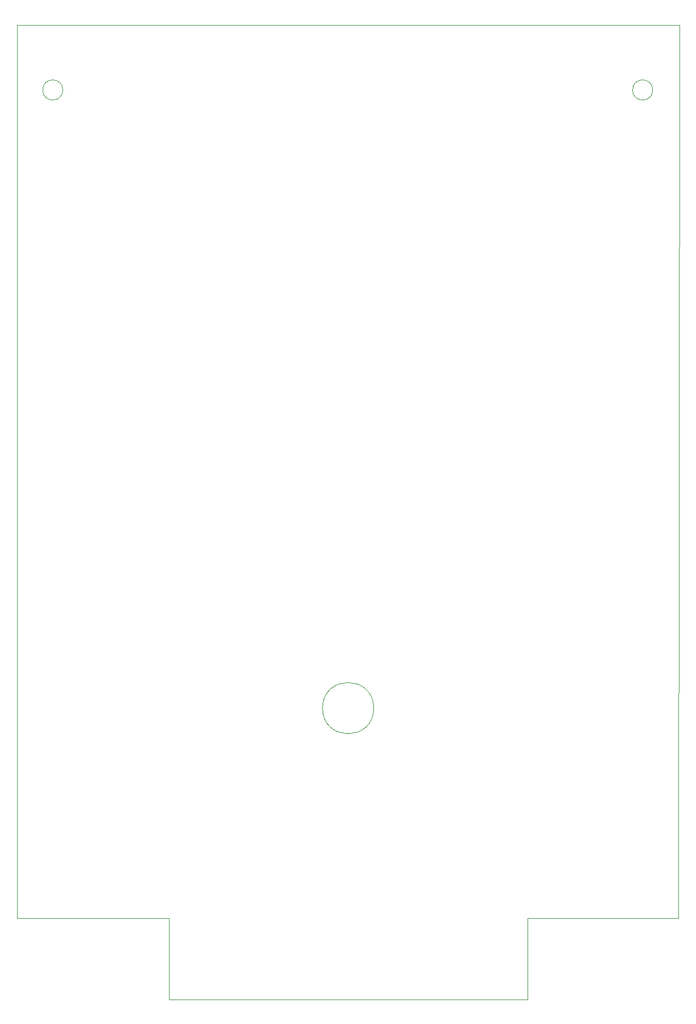
<source format=gbr>
%TF.GenerationSoftware,KiCad,Pcbnew,6.0.7-f9a2dced07~116~ubuntu20.04.1*%
%TF.CreationDate,2022-11-23T13:41:35-05:00*%
%TF.ProjectId,6551usb,36353531-7573-4622-9e6b-696361645f70,1.03*%
%TF.SameCoordinates,Original*%
%TF.FileFunction,Profile,NP*%
%FSLAX46Y46*%
G04 Gerber Fmt 4.6, Leading zero omitted, Abs format (unit mm)*
G04 Created by KiCad (PCBNEW 6.0.7-f9a2dced07~116~ubuntu20.04.1) date 2022-11-23 13:41:35*
%MOMM*%
%LPD*%
G01*
G04 APERTURE LIST*
%TA.AperFunction,Profile*%
%ADD10C,0.100000*%
%TD*%
G04 APERTURE END LIST*
D10*
X107545000Y-59690000D02*
G75*
G03*
X107545000Y-59690000I-1500000J0D01*
G01*
X35560000Y-182880000D02*
X35560000Y-194945000D01*
X88900000Y-182880000D02*
X111379000Y-182880000D01*
X60960001Y-132080000D02*
G75*
G03*
X60960001Y-132080000I-1J0D01*
G01*
X35560000Y-194945000D02*
X88900000Y-194945000D01*
X88900000Y-182880000D02*
X88900000Y-194945000D01*
X19788000Y-59690000D02*
G75*
G03*
X19788000Y-59690000I-1500000J0D01*
G01*
X66040000Y-151638000D02*
G75*
G03*
X66040000Y-151638000I-3810000J0D01*
G01*
X12954000Y-50000000D02*
X111506000Y-50000000D01*
X111506000Y-50000000D02*
X111379000Y-182880000D01*
X12954000Y-182880000D02*
X35560000Y-182880000D01*
X12954000Y-182880000D02*
X12954000Y-50000000D01*
M02*

</source>
